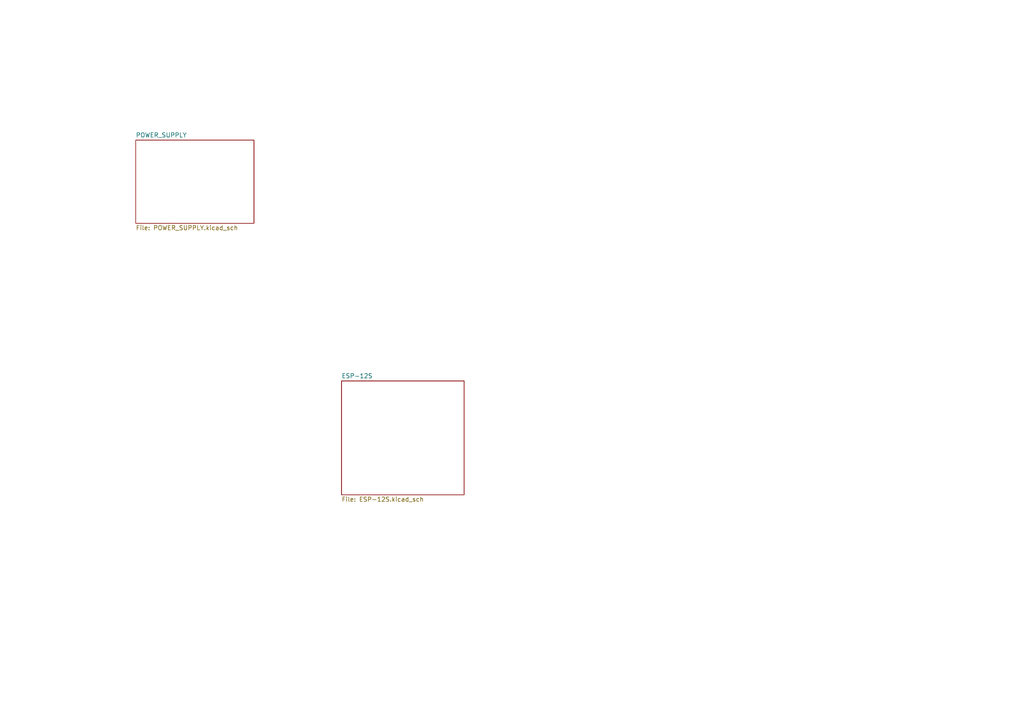
<source format=kicad_sch>
(kicad_sch (version 20230121) (generator eeschema)
  (paper "A4")
  (lib_symbols)
  (sheet (at 39.37 40.64) (size 34.29 24.13) (stroke (width 0.1524))
    (property "Sheetname" "POWER_SUPPLY" (at 39.37 39.9284 0) (effects (justify left bottom)))
    (property "Sheetfile" "POWER_SUPPLY.kicad_sch" (at 39.37 65.3546 0) (effects (justify left top)))
  )
  (sheet (at 99.06 110.49) (size 35.56 33.02) (stroke (width 0.1524))
    (property "Sheetname" "ESP-12S" (at 99.06 109.7784 0) (effects (justify left bottom)))
    (property "Sheetfile" "ESP-12S.kicad_sch" (at 99.06 144.0946 0) (effects (justify left top)))
  )
)
</source>
